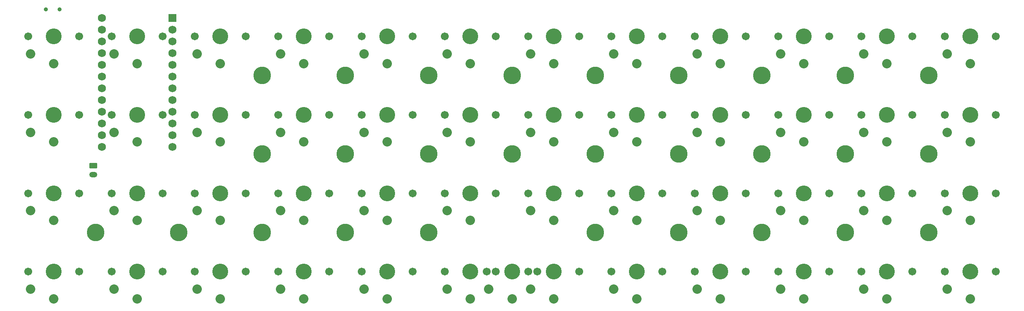
<source format=gbr>
%TF.GenerationSoftware,KiCad,Pcbnew,9.0.3-1.fc42*%
%TF.CreationDate,2025-09-11T11:22:30-04:00*%
%TF.ProjectId,48ish_soldered,34386973-685f-4736-9f6c-64657265642e,v1.0.0*%
%TF.SameCoordinates,Original*%
%TF.FileFunction,Soldermask,Top*%
%TF.FilePolarity,Negative*%
%FSLAX46Y46*%
G04 Gerber Fmt 4.6, Leading zero omitted, Abs format (unit mm)*
G04 Created by KiCad (PCBNEW 9.0.3-1.fc42) date 2025-09-11 11:22:30*
%MOMM*%
%LPD*%
G01*
G04 APERTURE LIST*
G04 Aperture macros list*
%AMRoundRect*
0 Rectangle with rounded corners*
0 $1 Rounding radius*
0 $2 $3 $4 $5 $6 $7 $8 $9 X,Y pos of 4 corners*
0 Add a 4 corners polygon primitive as box body*
4,1,4,$2,$3,$4,$5,$6,$7,$8,$9,$2,$3,0*
0 Add four circle primitives for the rounded corners*
1,1,$1+$1,$2,$3*
1,1,$1+$1,$4,$5*
1,1,$1+$1,$6,$7*
1,1,$1+$1,$8,$9*
0 Add four rect primitives between the rounded corners*
20,1,$1+$1,$2,$3,$4,$5,0*
20,1,$1+$1,$4,$5,$6,$7,0*
20,1,$1+$1,$6,$7,$8,$9,0*
20,1,$1+$1,$8,$9,$2,$3,0*%
G04 Aperture macros list end*
%ADD10C,1.701800*%
%ADD11C,3.429000*%
%ADD12C,2.032000*%
%ADD13C,3.800000*%
%ADD14R,1.752600X1.752600*%
%ADD15C,1.752600*%
%ADD16C,0.900000*%
%ADD17RoundRect,0.250000X-0.625000X0.350000X-0.625000X-0.350000X0.625000X-0.350000X0.625000X0.350000X0*%
%ADD18O,1.750000X1.200000*%
G04 APERTURE END LIST*
D10*
%TO.C,SW6*%
X129000000Y-128000000D03*
D11*
X134500000Y-128000000D03*
D10*
X140000000Y-128000000D03*
D12*
X129500000Y-131800000D03*
X134500000Y-133900000D03*
%TD*%
D10*
%TO.C,SW30*%
X237000000Y-128000000D03*
D11*
X242500000Y-128000000D03*
D10*
X248000000Y-128000000D03*
D12*
X237500000Y-131800000D03*
X242500000Y-133900000D03*
%TD*%
D10*
%TO.C,SW18*%
X183000000Y-128000000D03*
D11*
X188500000Y-128000000D03*
D10*
X194000000Y-128000000D03*
D12*
X183500000Y-131800000D03*
X188500000Y-133900000D03*
%TD*%
D13*
%TO.C,REF\u002A\u002A*%
X161500000Y-136500000D03*
%TD*%
D10*
%TO.C,SW37*%
X273000000Y-111000000D03*
D11*
X278500000Y-111000000D03*
D10*
X284000000Y-111000000D03*
D12*
X273500000Y-114800000D03*
X278500000Y-116900000D03*
%TD*%
D13*
%TO.C,REF\u002A\u002A*%
X197500000Y-153500000D03*
%TD*%
%TO.C,REF\u002A\u002A*%
X305500000Y-136500000D03*
%TD*%
D10*
%TO.C,SW21*%
X201000000Y-111000000D03*
D11*
X206500000Y-111000000D03*
D10*
X212000000Y-111000000D03*
D12*
X201500000Y-114800000D03*
X206500000Y-116900000D03*
%TD*%
D10*
%TO.C,SW15*%
X165000000Y-145000000D03*
D11*
X170500000Y-145000000D03*
D10*
X176000000Y-145000000D03*
D12*
X165500000Y-148800000D03*
X170500000Y-150900000D03*
%TD*%
D10*
%TO.C,SW33*%
X255000000Y-111000000D03*
D11*
X260500000Y-111000000D03*
D10*
X266000000Y-111000000D03*
D12*
X255500000Y-114800000D03*
X260500000Y-116900000D03*
%TD*%
D10*
%TO.C,SW10*%
X147000000Y-128000000D03*
D11*
X152500000Y-128000000D03*
D10*
X158000000Y-128000000D03*
D12*
X147500000Y-131800000D03*
X152500000Y-133900000D03*
%TD*%
D13*
%TO.C,REF\u002A\u002A*%
X287500000Y-153500000D03*
%TD*%
D10*
%TO.C,SW2*%
X111000000Y-128000000D03*
D11*
X116500000Y-128000000D03*
D10*
X122000000Y-128000000D03*
D12*
X111500000Y-131800000D03*
X116500000Y-133900000D03*
%TD*%
D10*
%TO.C,SW26*%
X219000000Y-128000000D03*
D11*
X224500000Y-128000000D03*
D10*
X230000000Y-128000000D03*
D12*
X219500000Y-131800000D03*
X224500000Y-133900000D03*
%TD*%
D13*
%TO.C,REF\u002A\u002A*%
X179500000Y-153500000D03*
%TD*%
D10*
%TO.C,SW27*%
X219000000Y-145000000D03*
D11*
X224500000Y-145000000D03*
D10*
X230000000Y-145000000D03*
D12*
X219500000Y-148800000D03*
X224500000Y-150900000D03*
%TD*%
D10*
%TO.C,SW5*%
X129000000Y-111000000D03*
D11*
X134500000Y-111000000D03*
D10*
X140000000Y-111000000D03*
D12*
X129500000Y-114800000D03*
X134500000Y-116900000D03*
%TD*%
D13*
%TO.C,REF\u002A\u002A*%
X215500000Y-119500000D03*
%TD*%
%TO.C,REF\u002A\u002A*%
X269500000Y-153500000D03*
%TD*%
D10*
%TO.C,SW47*%
X309000000Y-145000000D03*
D11*
X314500000Y-145000000D03*
D10*
X320000000Y-145000000D03*
D12*
X309500000Y-148800000D03*
X314500000Y-150900000D03*
%TD*%
D10*
%TO.C,SW46*%
X309000000Y-128000000D03*
D11*
X314500000Y-128000000D03*
D10*
X320000000Y-128000000D03*
D12*
X309500000Y-131800000D03*
X314500000Y-133900000D03*
%TD*%
D10*
%TO.C,SW40*%
X273000000Y-162000000D03*
D11*
X278500000Y-162000000D03*
D10*
X284000000Y-162000000D03*
D12*
X273500000Y-165800000D03*
X278500000Y-167900000D03*
%TD*%
D13*
%TO.C,REF\u002A\u002A*%
X197500000Y-136500000D03*
%TD*%
D10*
%TO.C,SW25*%
X219000000Y-111000000D03*
D11*
X224500000Y-111000000D03*
D10*
X230000000Y-111000000D03*
D12*
X219500000Y-114800000D03*
X224500000Y-116900000D03*
%TD*%
D10*
%TO.C,SW36*%
X255000000Y-162000000D03*
D11*
X260500000Y-162000000D03*
D10*
X266000000Y-162000000D03*
D12*
X255500000Y-165800000D03*
X260500000Y-167900000D03*
%TD*%
D13*
%TO.C,REF\u002A\u002A*%
X233500000Y-136500000D03*
%TD*%
D10*
%TO.C,SW20*%
X183000000Y-162000000D03*
D11*
X188500000Y-162000000D03*
D10*
X194000000Y-162000000D03*
D12*
X183500000Y-165800000D03*
X188500000Y-167900000D03*
%TD*%
D10*
%TO.C,SW12*%
X147000000Y-162000000D03*
D11*
X152500000Y-162000000D03*
D10*
X158000000Y-162000000D03*
D12*
X147500000Y-165800000D03*
X152500000Y-167900000D03*
%TD*%
D10*
%TO.C,SW4*%
X111000000Y-162000000D03*
D11*
X116500000Y-162000000D03*
D10*
X122000000Y-162000000D03*
D12*
X111500000Y-165800000D03*
X116500000Y-167900000D03*
%TD*%
D13*
%TO.C,REF\u002A\u002A*%
X233500000Y-153500000D03*
%TD*%
%TO.C,REF\u002A\u002A*%
X161500000Y-153500000D03*
%TD*%
D10*
%TO.C,SW16*%
X165000000Y-162000000D03*
D11*
X170500000Y-162000000D03*
D10*
X176000000Y-162000000D03*
D12*
X165500000Y-165800000D03*
X170500000Y-167900000D03*
%TD*%
D10*
%TO.C,SW38*%
X273000000Y-128000000D03*
D11*
X278500000Y-128000000D03*
D10*
X284000000Y-128000000D03*
D12*
X273500000Y-131800000D03*
X278500000Y-133900000D03*
%TD*%
D10*
%TO.C,SW3*%
X111000000Y-145000000D03*
D11*
X116500000Y-145000000D03*
D10*
X122000000Y-145000000D03*
D12*
X111500000Y-148800000D03*
X116500000Y-150900000D03*
%TD*%
D10*
%TO.C,SW34*%
X255000000Y-128000000D03*
D11*
X260500000Y-128000000D03*
D10*
X266000000Y-128000000D03*
D12*
X255500000Y-131800000D03*
X260500000Y-133900000D03*
%TD*%
D10*
%TO.C,SW22*%
X201000000Y-128000000D03*
D11*
X206500000Y-128000000D03*
D10*
X212000000Y-128000000D03*
D12*
X201500000Y-131800000D03*
X206500000Y-133900000D03*
%TD*%
D10*
%TO.C,SW29*%
X237000000Y-111000000D03*
D11*
X242500000Y-111000000D03*
D10*
X248000000Y-111000000D03*
D12*
X237500000Y-114800000D03*
X242500000Y-116900000D03*
%TD*%
D13*
%TO.C,REF\u002A\u002A*%
X251500000Y-136500000D03*
%TD*%
D10*
%TO.C,SW31*%
X237000000Y-145000000D03*
D11*
X242500000Y-145000000D03*
D10*
X248000000Y-145000000D03*
D12*
X237500000Y-148800000D03*
X242500000Y-150900000D03*
%TD*%
D10*
%TO.C,SW24*%
X210000000Y-162000000D03*
D11*
X215500000Y-162000000D03*
D10*
X221000000Y-162000000D03*
D12*
X210500000Y-165800000D03*
X215500000Y-167900000D03*
%TD*%
D10*
%TO.C,SW7*%
X129000000Y-145000000D03*
D11*
X134500000Y-145000000D03*
D10*
X140000000Y-145000000D03*
D12*
X129500000Y-148800000D03*
X134500000Y-150900000D03*
%TD*%
D10*
%TO.C,SW43*%
X291000000Y-145000000D03*
D11*
X296500000Y-145000000D03*
D10*
X302000000Y-145000000D03*
D12*
X291500000Y-148800000D03*
X296500000Y-150900000D03*
%TD*%
D13*
%TO.C,REF\u002A\u002A*%
X251500000Y-119500000D03*
%TD*%
D10*
%TO.C,SW14*%
X165000000Y-128000000D03*
D11*
X170500000Y-128000000D03*
D10*
X176000000Y-128000000D03*
D12*
X165500000Y-131800000D03*
X170500000Y-133900000D03*
%TD*%
D10*
%TO.C,SW44*%
X291000000Y-162000000D03*
D11*
X296500000Y-162000000D03*
D10*
X302000000Y-162000000D03*
D12*
X291500000Y-165800000D03*
X296500000Y-167900000D03*
%TD*%
D10*
%TO.C,SW45*%
X309000000Y-111000000D03*
D11*
X314500000Y-111000000D03*
D10*
X320000000Y-111000000D03*
D12*
X309500000Y-114800000D03*
X314500000Y-116900000D03*
%TD*%
D13*
%TO.C,REF\u002A\u002A*%
X197500000Y-119500000D03*
%TD*%
D10*
%TO.C,SW35*%
X255000000Y-145000000D03*
D11*
X260500000Y-145000000D03*
D10*
X266000000Y-145000000D03*
D12*
X255500000Y-148800000D03*
X260500000Y-150900000D03*
%TD*%
D10*
%TO.C,SW13*%
X165000000Y-111000000D03*
D11*
X170500000Y-111000000D03*
D10*
X176000000Y-111000000D03*
D12*
X165500000Y-114800000D03*
X170500000Y-116900000D03*
%TD*%
D10*
%TO.C,SW1*%
X111000000Y-111000000D03*
D11*
X116500000Y-111000000D03*
D10*
X122000000Y-111000000D03*
D12*
X111500000Y-114800000D03*
X116500000Y-116900000D03*
%TD*%
D13*
%TO.C,REF\u002A\u002A*%
X233500000Y-119500000D03*
%TD*%
D10*
%TO.C,SW9*%
X147000000Y-111000000D03*
D11*
X152500000Y-111000000D03*
D10*
X158000000Y-111000000D03*
D12*
X147500000Y-114800000D03*
X152500000Y-116900000D03*
%TD*%
D13*
%TO.C,REF\u002A\u002A*%
X305500000Y-119500000D03*
%TD*%
%TO.C,REF\u002A\u002A*%
X179500000Y-119500000D03*
%TD*%
%TO.C,REF\u002A\u002A*%
X287500000Y-119500000D03*
%TD*%
D10*
%TO.C,SW17*%
X183000000Y-111000000D03*
D11*
X188500000Y-111000000D03*
D10*
X194000000Y-111000000D03*
D12*
X183500000Y-114800000D03*
X188500000Y-116900000D03*
%TD*%
D10*
%TO.C,SW24*%
X201000000Y-162000000D03*
D11*
X206500000Y-162000000D03*
D10*
X212000000Y-162000000D03*
D12*
X201500000Y-165800000D03*
X206500000Y-167900000D03*
%TD*%
D13*
%TO.C,REF\u002A\u002A*%
X251500000Y-153500000D03*
%TD*%
%TO.C,REF\u002A\u002A*%
X269500000Y-136500000D03*
%TD*%
D10*
%TO.C,SW48*%
X309000000Y-162000000D03*
D11*
X314500000Y-162000000D03*
D10*
X320000000Y-162000000D03*
D12*
X309500000Y-165800000D03*
X314500000Y-167900000D03*
%TD*%
D10*
%TO.C,SW19*%
X183000000Y-145000000D03*
D11*
X188500000Y-145000000D03*
D10*
X194000000Y-145000000D03*
D12*
X183500000Y-148800000D03*
X188500000Y-150900000D03*
%TD*%
D10*
%TO.C,SW11*%
X147000000Y-145000000D03*
D11*
X152500000Y-145000000D03*
D10*
X158000000Y-145000000D03*
D12*
X147500000Y-148800000D03*
X152500000Y-150900000D03*
%TD*%
D10*
%TO.C,SW32*%
X237000000Y-162000000D03*
D11*
X242500000Y-162000000D03*
D10*
X248000000Y-162000000D03*
D12*
X237500000Y-165800000D03*
X242500000Y-167900000D03*
%TD*%
D13*
%TO.C,REF\u002A\u002A*%
X269500000Y-119500000D03*
%TD*%
%TO.C,REF\u002A\u002A*%
X179500000Y-136500000D03*
%TD*%
D10*
%TO.C,SW28*%
X219000000Y-162000000D03*
D11*
X224500000Y-162000000D03*
D10*
X230000000Y-162000000D03*
D12*
X219500000Y-165800000D03*
X224500000Y-167900000D03*
%TD*%
D10*
%TO.C,SW8*%
X129000000Y-162000000D03*
D11*
X134500000Y-162000000D03*
D10*
X140000000Y-162000000D03*
D12*
X129500000Y-165800000D03*
X134500000Y-167900000D03*
%TD*%
D13*
%TO.C,REF\u002A\u002A*%
X215500000Y-136500000D03*
%TD*%
%TO.C,REF\u002A\u002A*%
X305500000Y-153500000D03*
%TD*%
D10*
%TO.C,SW41*%
X291000000Y-111000000D03*
D11*
X296500000Y-111000000D03*
D10*
X302000000Y-111000000D03*
D12*
X291500000Y-114800000D03*
X296500000Y-116900000D03*
%TD*%
D13*
%TO.C,REF\u002A\u002A*%
X125500000Y-153500000D03*
%TD*%
D10*
%TO.C,SW39*%
X273000000Y-145000000D03*
D11*
X278500000Y-145000000D03*
D10*
X284000000Y-145000000D03*
D12*
X273500000Y-148800000D03*
X278500000Y-150900000D03*
%TD*%
D10*
%TO.C,SW42*%
X291000000Y-128000000D03*
D11*
X296500000Y-128000000D03*
D10*
X302000000Y-128000000D03*
D12*
X291500000Y-131800000D03*
X296500000Y-133900000D03*
%TD*%
D13*
%TO.C,REF\u002A\u002A*%
X143500000Y-153500000D03*
%TD*%
%TO.C,REF\u002A\u002A*%
X161500000Y-119500000D03*
%TD*%
D10*
%TO.C,SW23*%
X201000000Y-145000000D03*
D11*
X206500000Y-145000000D03*
D10*
X212000000Y-145000000D03*
D12*
X201500000Y-148800000D03*
X206500000Y-150900000D03*
%TD*%
D13*
%TO.C,REF\u002A\u002A*%
X287500000Y-136500000D03*
%TD*%
D14*
%TO.C,U1*%
X142120000Y-107030000D03*
D15*
X142120000Y-109570000D03*
X142120000Y-112110000D03*
X142120000Y-114650000D03*
X142120000Y-117190000D03*
X142120000Y-119730000D03*
X142120000Y-122270000D03*
X142120000Y-124810000D03*
X142120000Y-127350000D03*
X142120000Y-129890000D03*
X142120000Y-132430000D03*
X142120000Y-134970000D03*
X126880000Y-107030000D03*
X126880000Y-109570000D03*
X126880000Y-112110000D03*
X126880000Y-114650000D03*
X126880000Y-117190000D03*
X126880000Y-119730000D03*
X126880000Y-122270000D03*
X126880000Y-124810000D03*
X126880000Y-127350000D03*
X126880000Y-129890000D03*
X126880000Y-132430000D03*
X126880000Y-134970000D03*
%TD*%
D16*
%TO.C,SW49*%
X114750000Y-105145000D03*
X117750000Y-105145000D03*
%TD*%
D17*
%TO.C,J1*%
X125050000Y-139000000D03*
D18*
X125050000Y-141000000D03*
%TD*%
M02*

</source>
